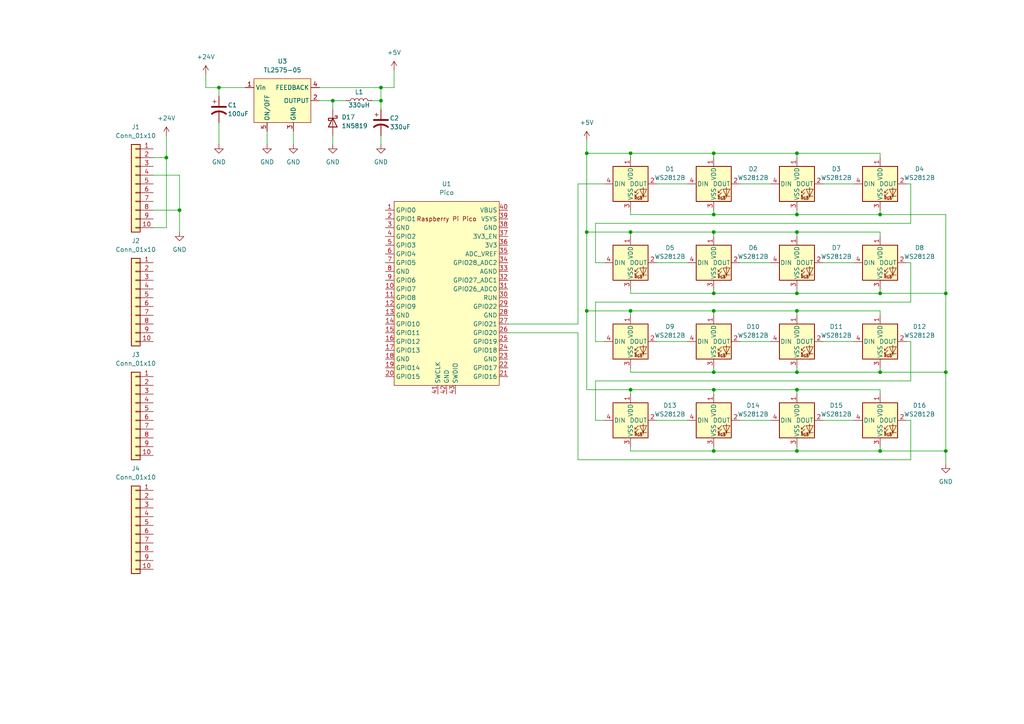
<source format=kicad_sch>
(kicad_sch (version 20211123) (generator eeschema)
  (paper "A4")
  (lib_symbols
    (symbol "Connector_Generic:Conn_01x10" (pin_names (offset 1.016) hide)
      (property "Reference" "J" (at 0 12.7 0))
      (property "Value" "Conn_01x10" (at 0 -15.24 0))
      (symbol "Conn_01x10_1_1"
        (rectangle (start -1.27 -12.573) (end 0 -12.827) (stroke (width 0.1524)))
        (rectangle (start -1.27 -10.033) (end 0 -10.287) (stroke (width 0.1524)))
        (rectangle (start -1.27 -7.493) (end 0 -7.747) (stroke (width 0.1524)))
        (rectangle (start -1.27 -4.953) (end 0 -5.207) (stroke (width 0.1524)))
        (rectangle (start -1.27 -2.413) (end 0 -2.667) (stroke (width 0.1524)))
        (rectangle (start -1.27 0.127) (end 0 -0.127) (stroke (width 0.1524)))
        (rectangle (start -1.27 2.667) (end 0 2.413) (stroke (width 0.1524)))
        (rectangle (start -1.27 5.207) (end 0 4.953) (stroke (width 0.1524)))
        (rectangle (start -1.27 7.747) (end 0 7.493) (stroke (width 0.1524)))
        (rectangle (start -1.27 10.287) (end 0 10.033) (stroke (width 0.1524)))
        (rectangle (start -1.27 11.43) (end 1.27 -13.97) (stroke (width 0.254)) (fill (type background)))
        (pin passive line (at -5.08 10.16 0) (length 3.81) (name "Pin_1") (number "1"))
        (pin passive line (at -5.08 -12.7 0) (length 3.81) (name "Pin_10") (number "10"))
        (pin passive line (at -5.08 7.62 0) (length 3.81) (name "Pin_2") (number "2"))
        (pin passive line (at -5.08 5.08 0) (length 3.81) (name "Pin_3") (number "3"))
        (pin passive line (at -5.08 2.54 0) (length 3.81) (name "Pin_4") (number "4"))
        (pin passive line (at -5.08 0 0) (length 3.81) (name "Pin_5") (number "5"))
        (pin passive line (at -5.08 -2.54 0) (length 3.81) (name "Pin_6") (number "6"))
        (pin passive line (at -5.08 -5.08 0) (length 3.81) (name "Pin_7") (number "7"))
        (pin passive line (at -5.08 -7.62 0) (length 3.81) (name "Pin_8") (number "8"))
        (pin passive line (at -5.08 -10.16 0) (length 3.81) (name "Pin_9") (number "9"))
      )
    )
    (symbol "Device:C_Polarized_US" (pin_numbers hide) (pin_names (offset 0.254) hide)
      (property "Reference" "C" (at 0.635 2.54 0))
      (property "Value" "C_Polarized_US" (at 0.635 -2.54 0))
      (symbol "C_Polarized_US_0_1"
        (polyline (pts (xy -2.032 0.762) (xy 2.032 0.762)) (stroke (width 0.508)))
        (polyline (pts (xy -1.778 2.286) (xy -0.762 2.286)))
        (polyline (pts (xy -1.27 1.778) (xy -1.27 2.794)))
        (arc (start 2.032 -1.27) (mid 0 -0.5572) (end -2.032 -1.27) (stroke (width 0.508)))
      )
      (symbol "C_Polarized_US_1_1"
        (pin passive line (at 0 3.81 270) (length 2.794) (name "~") (number "1"))
        (pin passive line (at 0 -3.81 90) (length 3.302) (name "~") (number "2"))
      )
    )
    (symbol "Device:L" (pin_numbers hide) (pin_names (offset 1.016) hide)
      (property "Reference" "L" (at -1.27 0 90))
      (property "Value" "L" (at 1.905 0 90))
      (symbol "L_0_1"
        (arc (start 0 -2.54) (mid 0.635 -1.905) (end 0 -1.27))
        (arc (start 0 -1.27) (mid 0.635 -0.635) (end 0 0))
        (arc (start 0 0) (mid 0.635 0.635) (end 0 1.27))
        (arc (start 0 1.27) (mid 0.635 1.905) (end 0 2.54))
      )
      (symbol "L_1_1"
        (pin passive line (at 0 3.81 270) (length 1.27) (name "1") (number "1"))
        (pin passive line (at 0 -3.81 90) (length 1.27) (name "2") (number "2"))
      )
    )
    (symbol "Diode:1N5819" (pin_numbers hide) (pin_names (offset 1.016) hide)
      (property "Reference" "D" (at 0 2.54 0))
      (property "Value" "1N5819" (at 0 -2.54 0))
      (symbol "1N5819_0_1"
        (polyline (pts (xy 1.27 0) (xy -1.27 0)))
        (polyline (pts (xy 1.27 1.27) (xy 1.27 -1.27) (xy -1.27 0) (xy 1.27 1.27)) (stroke (width 0.254)))
        (polyline (pts (xy -1.905 0.635) (xy -1.905 1.27) (xy -1.27 1.27) (xy -1.27 -1.27) (xy -0.635 -1.27) (xy -0.635 -0.635)) (stroke (width 0.254)))
      )
      (symbol "1N5819_1_1"
        (pin passive line (at -3.81 0 0) (length 2.54) (name "K") (number "1"))
        (pin passive line (at 3.81 0 180) (length 2.54) (name "A") (number "2"))
      )
    )
    (symbol "LED:WS2812B" (pin_names (offset 0.254))
      (property "Reference" "D" (at 5.08 5.715 0))
      (property "Value" "WS2812B" (at 1.27 -5.715 0))
      (symbol "WS2812B_0_0"
        (text "RGB" (at 2.286 -4.191 0) (effects (font (size 0.762 0.762))))
      )
      (symbol "WS2812B_0_1"
        (polyline (pts (xy 1.27 -3.556) (xy 1.778 -3.556)))
        (polyline (pts (xy 1.27 -2.54) (xy 1.778 -2.54)))
        (polyline (pts (xy 4.699 -3.556) (xy 2.667 -3.556)))
        (polyline (pts (xy 2.286 -2.54) (xy 1.27 -3.556) (xy 1.27 -3.048)))
        (polyline (pts (xy 2.286 -1.524) (xy 1.27 -2.54) (xy 1.27 -2.032)))
        (polyline (pts (xy 3.683 -1.016) (xy 3.683 -3.556) (xy 3.683 -4.064)))
        (polyline (pts (xy 4.699 -1.524) (xy 2.667 -1.524) (xy 3.683 -3.556) (xy 4.699 -1.524)))
        (rectangle (start 5.08 5.08) (end -5.08 -5.08) (stroke (width 0.254)) (fill (type background)))
      )
      (symbol "WS2812B_1_1"
        (pin power_in line (at 0 7.62 270) (length 2.54) (name "VDD") (number "1"))
        (pin output line (at 7.62 0 180) (length 2.54) (name "DOUT") (number "2"))
        (pin power_in line (at 0 -7.62 90) (length 2.54) (name "VSS") (number "3"))
        (pin input line (at -7.62 0 0) (length 2.54) (name "DIN") (number "4"))
      )
    )
    (symbol "MCU_RaspberryPi_and_Boards:Pico"
      (property "Reference" "U" (at -13.97 27.94 0))
      (property "Value" "Pico" (at 0 19.05 0))
      (symbol "Pico_0_0"
        (text "Raspberry Pi Pico" (at 0 21.59 0) (effects (font (size 1.27 1.27))))
      )
      (symbol "Pico_0_1"
        (rectangle (start -15.24 26.67) (end 15.24 -26.67) (fill (type background)))
      )
      (symbol "Pico_1_1"
        (pin bidirectional line (at -17.78 24.13 0) (length 2.54) (name "GPIO0") (number "1"))
        (pin bidirectional line (at -17.78 1.27 0) (length 2.54) (name "GPIO7") (number "10"))
        (pin bidirectional line (at -17.78 -1.27 0) (length 2.54) (name "GPIO8") (number "11"))
        (pin bidirectional line (at -17.78 -3.81 0) (length 2.54) (name "GPIO9") (number "12"))
        (pin power_in line (at -17.78 -6.35 0) (length 2.54) (name "GND") (number "13"))
        (pin bidirectional line (at -17.78 -8.89 0) (length 2.54) (name "GPIO10") (number "14"))
        (pin bidirectional line (at -17.78 -11.43 0) (length 2.54) (name "GPIO11") (number "15"))
        (pin bidirectional line (at -17.78 -13.97 0) (length 2.54) (name "GPIO12") (number "16"))
        (pin bidirectional line (at -17.78 -16.51 0) (length 2.54) (name "GPIO13") (number "17"))
        (pin power_in line (at -17.78 -19.05 0) (length 2.54) (name "GND") (number "18"))
        (pin bidirectional line (at -17.78 -21.59 0) (length 2.54) (name "GPIO14") (number "19"))
        (pin bidirectional line (at -17.78 21.59 0) (length 2.54) (name "GPIO1") (number "2"))
        (pin bidirectional line (at -17.78 -24.13 0) (length 2.54) (name "GPIO15") (number "20"))
        (pin bidirectional line (at 17.78 -24.13 180) (length 2.54) (name "GPIO16") (number "21"))
        (pin bidirectional line (at 17.78 -21.59 180) (length 2.54) (name "GPIO17") (number "22"))
        (pin power_in line (at 17.78 -19.05 180) (length 2.54) (name "GND") (number "23"))
        (pin bidirectional line (at 17.78 -16.51 180) (length 2.54) (name "GPIO18") (number "24"))
        (pin bidirectional line (at 17.78 -13.97 180) (length 2.54) (name "GPIO19") (number "25"))
        (pin bidirectional line (at 17.78 -11.43 180) (length 2.54) (name "GPIO20") (number "26"))
        (pin bidirectional line (at 17.78 -8.89 180) (length 2.54) (name "GPIO21") (number "27"))
        (pin power_in line (at 17.78 -6.35 180) (length 2.54) (name "GND") (number "28"))
        (pin bidirectional line (at 17.78 -3.81 180) (length 2.54) (name "GPIO22") (number "29"))
        (pin power_in line (at -17.78 19.05 0) (length 2.54) (name "GND") (number "3"))
        (pin input line (at 17.78 -1.27 180) (length 2.54) (name "RUN") (number "30"))
        (pin bidirectional line (at 17.78 1.27 180) (length 2.54) (name "GPIO26_ADC0") (number "31"))
        (pin bidirectional line (at 17.78 3.81 180) (length 2.54) (name "GPIO27_ADC1") (number "32"))
        (pin power_in line (at 17.78 6.35 180) (length 2.54) (name "AGND") (number "33"))
        (pin bidirectional line (at 17.78 8.89 180) (length 2.54) (name "GPIO28_ADC2") (number "34"))
        (pin power_in line (at 17.78 11.43 180) (length 2.54) (name "ADC_VREF") (number "35"))
        (pin power_in line (at 17.78 13.97 180) (length 2.54) (name "3V3") (number "36"))
        (pin input line (at 17.78 16.51 180) (length 2.54) (name "3V3_EN") (number "37"))
        (pin bidirectional line (at 17.78 19.05 180) (length 2.54) (name "GND") (number "38"))
        (pin power_in line (at 17.78 21.59 180) (length 2.54) (name "VSYS") (number "39"))
        (pin bidirectional line (at -17.78 16.51 0) (length 2.54) (name "GPIO2") (number "4"))
        (pin power_in line (at 17.78 24.13 180) (length 2.54) (name "VBUS") (number "40"))
        (pin input line (at -2.54 -29.21 90) (length 2.54) (name "SWCLK") (number "41"))
        (pin power_in line (at 0 -29.21 90) (length 2.54) (name "GND") (number "42"))
        (pin bidirectional line (at 2.54 -29.21 90) (length 2.54) (name "SWDIO") (number "43"))
        (pin bidirectional line (at -17.78 13.97 0) (length 2.54) (name "GPIO3") (number "5"))
        (pin bidirectional line (at -17.78 11.43 0) (length 2.54) (name "GPIO4") (number "6"))
        (pin bidirectional line (at -17.78 8.89 0) (length 2.54) (name "GPIO5") (number "7"))
        (pin power_in line (at -17.78 6.35 0) (length 2.54) (name "GND") (number "8"))
        (pin bidirectional line (at -17.78 3.81 0) (length 2.54) (name "GPIO6") (number "9"))
      )
    )
    (symbol "TL2575-05:TL2575-05"
      (property "Reference" "U" (at -6.35 7.62 0))
      (property "Value" "TL2575-05" (at 3.81 7.62 0))
      (symbol "TL2575-05_0_1"
        (rectangle (start -7.62 6.35) (end 8.89 -6.35) (fill (type background)))
      )
      (symbol "TL2575-05_1_1"
        (pin power_in line (at -10.16 3.81 0) (length 2.54) (name "Vin") (number "1"))
        (pin power_out line (at 11.43 0 180) (length 2.54) (name "OUTPUT") (number "2"))
        (pin power_in line (at 3.81 -8.89 90) (length 2.54) (name "GND") (number "3"))
        (pin input line (at 11.43 3.81 180) (length 2.54) (name "FEEDBACK") (number "4"))
        (pin input line (at -3.81 -8.89 90) (length 2.54) (name "ON/OFF") (number "5"))
      )
    )
    (symbol "power:+24V" (power) (pin_names (offset 0))
      (property "Value" "+24V" (at 0 3.556 0))
      (symbol "+24V_0_1"
        (polyline (pts (xy -0.762 1.27) (xy 0 2.54)))
        (polyline (pts (xy 0 0) (xy 0 2.54)))
        (polyline (pts (xy 0 2.54) (xy 0.762 1.27)))
      )
      (symbol "+24V_1_1"
        (pin power_in line (at 0 0 90) (length 0) hide (name "+24V") (number "1"))
      )
    )
    (symbol "power:+5V" (power) (pin_names (offset 0))
      (property "Value" "+5V" (at 0 3.556 0))
      (symbol "+5V_0_1"
        (polyline (pts (xy -0.762 1.27) (xy 0 2.54)))
        (polyline (pts (xy 0 0) (xy 0 2.54)))
        (polyline (pts (xy 0 2.54) (xy 0.762 1.27)))
      )
      (symbol "+5V_1_1"
        (pin power_in line (at 0 0 90) (length 0) hide (name "+5V") (number "1"))
      )
    )
    (symbol "power:GND" (power) (pin_names (offset 0))
      (property "Value" "GND" (at 0 -3.81 0))
      (symbol "GND_0_1"
        (polyline (pts (xy 0 0) (xy 0 -1.27) (xy 1.27 -1.27) (xy 0 -2.54) (xy -1.27 -1.27) (xy 0 -1.27)))
      )
      (symbol "GND_1_1"
        (pin power_in line (at 0 0 270) (length 0) hide (name "GND") (number "1"))
      )
    )
  )
  (junction (at 182.88 90.17))
  (junction (at 207.01 130.81))
  (junction (at 207.01 62.23))
  (junction (at 231.14 85.09))
  (junction (at 207.01 67.31))
  (junction (at 255.27 107.95))
  (junction (at 182.88 67.31))
  (junction (at 231.14 130.81))
  (junction (at 231.14 113.03))
  (junction (at 96.52 29.21))
  (junction (at 274.32 107.95))
  (junction (at 170.18 90.17))
  (junction (at 231.14 107.95))
  (junction (at 182.88 44.45))
  (junction (at 52.07 60.96))
  (junction (at 207.01 113.03))
  (junction (at 48.26 45.72))
  (junction (at 231.14 62.23))
  (junction (at 170.18 44.45))
  (junction (at 110.49 29.21))
  (junction (at 231.14 90.17))
  (junction (at 170.18 67.31))
  (junction (at 207.01 107.95))
  (junction (at 255.27 130.81))
  (junction (at 63.5 25.4))
  (junction (at 274.32 130.81))
  (junction (at 255.27 62.23))
  (junction (at 207.01 44.45))
  (junction (at 255.27 85.09))
  (junction (at 231.14 67.31))
  (junction (at 274.32 85.09))
  (junction (at 110.49 25.4))
  (junction (at 207.01 85.09))
  (junction (at 182.88 113.03))
  (junction (at 231.14 44.45))
  (junction (at 207.01 90.17))
  (wire (pts (xy 182.88 113.03) (xy 170.18 113.03)))
  (wire (pts (xy 255.27 129.54) (xy 255.27 130.81)))
  (wire (pts (xy 255.27 67.31) (xy 231.14 67.31)))
  (wire (pts (xy 207.01 107.95) (xy 231.14 107.95)))
  (wire (pts (xy 63.5 35.56) (xy 63.5 41.91)))
  (wire (pts (xy 264.16 76.2) (xy 264.16 87.63)))
  (wire (pts (xy 255.27 114.3) (xy 255.27 113.03)))
  (wire (pts (xy 264.16 99.06) (xy 264.16 110.49)))
  (wire (pts (xy 167.64 93.98) (xy 147.32 93.98)))
  (wire (pts (xy 182.88 60.96) (xy 182.88 62.23)))
  (wire (pts (xy 255.27 62.23) (xy 274.32 62.23)))
  (wire (pts (xy 255.27 90.17) (xy 231.14 90.17)))
  (wire (pts (xy 170.18 44.45) (xy 170.18 67.31)))
  (wire (pts (xy 238.76 99.06) (xy 247.65 99.06)))
  (wire (pts (xy 48.26 39.37) (xy 48.26 45.72)))
  (wire (pts (xy 264.16 110.49) (xy 172.72 110.49)))
  (wire (pts (xy 231.14 62.23) (xy 255.27 62.23)))
  (wire (pts (xy 231.14 85.09) (xy 255.27 85.09)))
  (wire (pts (xy 167.64 53.34) (xy 167.64 93.98)))
  (wire (pts (xy 170.18 90.17) (xy 170.18 67.31)))
  (wire (pts (xy 207.01 44.45) (xy 207.01 45.72)))
  (wire (pts (xy 255.27 45.72) (xy 255.27 44.45)))
  (wire (pts (xy 214.63 53.34) (xy 223.52 53.34)))
  (wire (pts (xy 48.26 45.72) (xy 44.45 45.72)))
  (wire (pts (xy 255.27 83.82) (xy 255.27 85.09)))
  (wire (pts (xy 214.63 99.06) (xy 223.52 99.06)))
  (wire (pts (xy 167.64 96.52) (xy 147.32 96.52)))
  (wire (pts (xy 255.27 106.68) (xy 255.27 107.95)))
  (wire (pts (xy 264.16 133.35) (xy 167.64 133.35)))
  (wire (pts (xy 96.52 29.21) (xy 92.71 29.21)))
  (wire (pts (xy 231.14 113.03) (xy 231.14 114.3)))
  (wire (pts (xy 274.32 107.95) (xy 274.32 130.81)))
  (wire (pts (xy 110.49 31.75) (xy 110.49 29.21)))
  (wire (pts (xy 190.5 121.92) (xy 199.39 121.92)))
  (wire (pts (xy 44.45 66.04) (xy 48.26 66.04)))
  (wire (pts (xy 231.14 130.81) (xy 255.27 130.81)))
  (wire (pts (xy 264.16 121.92) (xy 264.16 133.35)))
  (wire (pts (xy 255.27 91.44) (xy 255.27 90.17)))
  (wire (pts (xy 59.69 21.59) (xy 59.69 25.4)))
  (wire (pts (xy 44.45 60.96) (xy 52.07 60.96)))
  (wire (pts (xy 238.76 76.2) (xy 247.65 76.2)))
  (wire (pts (xy 77.47 41.91) (xy 77.47 38.1)))
  (wire (pts (xy 207.01 67.31) (xy 207.01 68.58)))
  (wire (pts (xy 172.72 87.63) (xy 172.72 99.06)))
  (wire (pts (xy 96.52 31.75) (xy 96.52 29.21)))
  (wire (pts (xy 182.88 67.31) (xy 170.18 67.31)))
  (wire (pts (xy 172.72 121.92) (xy 175.26 121.92)))
  (wire (pts (xy 63.5 25.4) (xy 71.12 25.4)))
  (wire (pts (xy 182.88 85.09) (xy 207.01 85.09)))
  (wire (pts (xy 231.14 44.45) (xy 207.01 44.45)))
  (wire (pts (xy 190.5 76.2) (xy 199.39 76.2)))
  (wire (pts (xy 207.01 90.17) (xy 207.01 91.44)))
  (wire (pts (xy 262.89 121.92) (xy 264.16 121.92)))
  (wire (pts (xy 110.49 39.37) (xy 110.49 41.91)))
  (wire (pts (xy 274.32 130.81) (xy 274.32 134.62)))
  (wire (pts (xy 255.27 44.45) (xy 231.14 44.45)))
  (wire (pts (xy 172.72 76.2) (xy 175.26 76.2)))
  (wire (pts (xy 182.88 113.03) (xy 182.88 114.3)))
  (wire (pts (xy 207.01 106.68) (xy 207.01 107.95)))
  (wire (pts (xy 110.49 25.4) (xy 110.49 29.21)))
  (wire (pts (xy 52.07 50.8) (xy 52.07 60.96)))
  (wire (pts (xy 182.88 67.31) (xy 182.88 68.58)))
  (wire (pts (xy 231.14 129.54) (xy 231.14 130.81)))
  (wire (pts (xy 255.27 130.81) (xy 274.32 130.81)))
  (wire (pts (xy 262.89 53.34) (xy 264.16 53.34)))
  (wire (pts (xy 231.14 107.95) (xy 255.27 107.95)))
  (wire (pts (xy 182.88 62.23) (xy 207.01 62.23)))
  (wire (pts (xy 274.32 62.23) (xy 274.32 85.09)))
  (wire (pts (xy 231.14 90.17) (xy 231.14 91.44)))
  (wire (pts (xy 110.49 29.21) (xy 107.95 29.21)))
  (wire (pts (xy 170.18 44.45) (xy 170.18 40.64)))
  (wire (pts (xy 63.5 25.4) (xy 59.69 25.4)))
  (wire (pts (xy 255.27 107.95) (xy 274.32 107.95)))
  (wire (pts (xy 172.72 99.06) (xy 175.26 99.06)))
  (wire (pts (xy 182.88 107.95) (xy 207.01 107.95)))
  (wire (pts (xy 96.52 29.21) (xy 100.33 29.21)))
  (wire (pts (xy 175.26 53.34) (xy 167.64 53.34)))
  (wire (pts (xy 207.01 113.03) (xy 207.01 114.3)))
  (wire (pts (xy 110.49 25.4) (xy 114.3 25.4)))
  (wire (pts (xy 214.63 76.2) (xy 223.52 76.2)))
  (wire (pts (xy 231.14 83.82) (xy 231.14 85.09)))
  (wire (pts (xy 231.14 67.31) (xy 231.14 68.58)))
  (wire (pts (xy 231.14 90.17) (xy 207.01 90.17)))
  (wire (pts (xy 182.88 44.45) (xy 182.88 45.72)))
  (wire (pts (xy 182.88 106.68) (xy 182.88 107.95)))
  (wire (pts (xy 182.88 83.82) (xy 182.88 85.09)))
  (wire (pts (xy 264.16 87.63) (xy 172.72 87.63)))
  (wire (pts (xy 92.71 25.4) (xy 110.49 25.4)))
  (wire (pts (xy 264.16 64.77) (xy 172.72 64.77)))
  (wire (pts (xy 48.26 66.04) (xy 48.26 45.72)))
  (wire (pts (xy 231.14 60.96) (xy 231.14 62.23)))
  (wire (pts (xy 190.5 53.34) (xy 199.39 53.34)))
  (wire (pts (xy 172.72 64.77) (xy 172.72 76.2)))
  (wire (pts (xy 231.14 44.45) (xy 231.14 45.72)))
  (wire (pts (xy 167.64 133.35) (xy 167.64 96.52)))
  (wire (pts (xy 231.14 113.03) (xy 207.01 113.03)))
  (wire (pts (xy 96.52 41.91) (xy 96.52 39.37)))
  (wire (pts (xy 182.88 44.45) (xy 170.18 44.45)))
  (wire (pts (xy 207.01 90.17) (xy 182.88 90.17)))
  (wire (pts (xy 207.01 62.23) (xy 231.14 62.23)))
  (wire (pts (xy 172.72 110.49) (xy 172.72 121.92)))
  (wire (pts (xy 238.76 121.92) (xy 247.65 121.92)))
  (wire (pts (xy 63.5 27.94) (xy 63.5 25.4)))
  (wire (pts (xy 264.16 53.34) (xy 264.16 64.77)))
  (wire (pts (xy 182.88 90.17) (xy 182.88 91.44)))
  (wire (pts (xy 207.01 129.54) (xy 207.01 130.81)))
  (wire (pts (xy 207.01 130.81) (xy 231.14 130.81)))
  (wire (pts (xy 262.89 76.2) (xy 264.16 76.2)))
  (wire (pts (xy 207.01 85.09) (xy 231.14 85.09)))
  (wire (pts (xy 207.01 60.96) (xy 207.01 62.23)))
  (wire (pts (xy 214.63 121.92) (xy 223.52 121.92)))
  (wire (pts (xy 207.01 83.82) (xy 207.01 85.09)))
  (wire (pts (xy 274.32 85.09) (xy 274.32 107.95)))
  (wire (pts (xy 255.27 68.58) (xy 255.27 67.31)))
  (wire (pts (xy 255.27 113.03) (xy 231.14 113.03)))
  (wire (pts (xy 114.3 20.32) (xy 114.3 25.4)))
  (wire (pts (xy 207.01 67.31) (xy 182.88 67.31)))
  (wire (pts (xy 170.18 113.03) (xy 170.18 90.17)))
  (wire (pts (xy 44.45 50.8) (xy 52.07 50.8)))
  (wire (pts (xy 190.5 99.06) (xy 199.39 99.06)))
  (wire (pts (xy 255.27 85.09) (xy 274.32 85.09)))
  (wire (pts (xy 182.88 130.81) (xy 207.01 130.81)))
  (wire (pts (xy 262.89 99.06) (xy 264.16 99.06)))
  (wire (pts (xy 238.76 53.34) (xy 247.65 53.34)))
  (wire (pts (xy 52.07 60.96) (xy 52.07 67.31)))
  (wire (pts (xy 182.88 129.54) (xy 182.88 130.81)))
  (wire (pts (xy 85.09 41.91) (xy 85.09 38.1)))
  (wire (pts (xy 207.01 44.45) (xy 182.88 44.45)))
  (wire (pts (xy 182.88 90.17) (xy 170.18 90.17)))
  (wire (pts (xy 207.01 113.03) (xy 182.88 113.03)))
  (wire (pts (xy 231.14 67.31) (xy 207.01 67.31)))
  (wire (pts (xy 231.14 106.68) (xy 231.14 107.95)))
  (wire (pts (xy 255.27 60.96) (xy 255.27 62.23)))
  (symbol (lib_id "power:+5V") (at 170.18 40.64 0) (unit 1)
    (property "Reference" "#PWR0101" (effects hide))
    (property "Value" "+5V" (at 170.18 35.56 0))
  )
  (symbol (lib_id "power:+5V") (at 114.3 20.32 0) (unit 1)
    (property "Reference" "#PWR0107" (effects hide))
    (property "Value" "+5V" (at 114.3 15.24 0))
  )
  (symbol (lib_id "Device:C_Polarized_US") (at 110.49 35.56 0) (unit 1)
    (property "Reference" "C2" (at 113.03 34.29 0) (effects (justify left)))
    (property "Value" "330uF" (at 113.03 36.83 0) (effects (justify left)))
  )
  (symbol (lib_id "power:GND") (at 77.47 41.91 0) (unit 1)
    (property "Reference" "#PWR0109" (effects hide))
    (property "Value" "GND" (at 77.47 46.99 0))
  )
  (symbol (lib_id "LED:WS2812B") (at 255.27 53.34 0) (unit 1)
    (property "Reference" "D4" (at 266.7 49.0093 0))
    (property "Value" "WS2812B" (at 266.7 51.5493 0))
    (property "Footprint" "LED_SMD:LED_WS2812B_PLCC4_5.0x5.0mm_P3.2mm" (effects hide))
    (property "Datasheet" "https://cdn-shop.adafruit.com/datasheets/WS2812B.pdf" (effects hide))
  )
  (symbol (lib_id "power:+24V") (at 48.26 39.37 0) (unit 1)
    (property "Reference" "#PWR0103" (effects hide))
    (property "Value" "+24V" (at 48.26 34.29 0))
  )
  (symbol (lib_id "Diode:1N5819") (at 96.52 35.56 270) (unit 1)
    (property "Reference" "D17" (at 99.06 33.9724 90) (effects (justify left)))
    (property "Value" "1N5819" (at 99.06 36.5124 90) (effects (justify left)))
    (property "Footprint" "Diode_THT:D_DO-41_SOD81_P10.16mm_Horizontal" (effects hide))
    (property "Datasheet" "http://www.vishay.com/docs/88525/1n5817.pdf" (effects hide))
  )
  (symbol (lib_id "Connector_Generic:Conn_01x10") (at 39.37 53.34 0) (mirror y) (unit 1)
    (property "Reference" "J1" (at 39.37 36.83 0))
    (property "Value" "Conn_01x10" (at 39.37 39.37 0))
    (property "Footprint" "Connector_PinHeader_2.54mm:PinHeader_2x05_P2.54mm_Vertical" (effects hide))
  )
  (symbol (lib_id "LED:WS2812B") (at 207.01 76.2 0) (unit 1)
    (property "Reference" "D6" (at 218.44 71.8693 0))
    (property "Value" "WS2812B" (at 218.44 74.4093 0))
    (property "Footprint" "LED_SMD:LED_WS2812B_PLCC4_5.0x5.0mm_P3.2mm" (effects hide))
    (property "Datasheet" "https://cdn-shop.adafruit.com/datasheets/WS2812B.pdf" (effects hide))
  )
  (symbol (lib_id "LED:WS2812B") (at 231.14 121.92 0) (unit 1)
    (property "Reference" "D15" (at 242.57 117.5893 0))
    (property "Value" "WS2812B" (at 242.57 120.1293 0))
    (property "Footprint" "LED_SMD:LED_WS2812B_PLCC4_5.0x5.0mm_P3.2mm" (effects hide))
    (property "Datasheet" "https://cdn-shop.adafruit.com/datasheets/WS2812B.pdf" (effects hide))
  )
  (symbol (lib_id "LED:WS2812B") (at 255.27 121.92 0) (unit 1)
    (property "Reference" "D16" (at 266.7 117.5893 0))
    (property "Value" "WS2812B" (at 266.7 120.1293 0))
    (property "Footprint" "LED_SMD:LED_WS2812B_PLCC4_5.0x5.0mm_P3.2mm" (effects hide))
    (property "Datasheet" "https://cdn-shop.adafruit.com/datasheets/WS2812B.pdf" (effects hide))
  )
  (symbol (lib_id "power:GND") (at 110.49 41.91 0) (unit 1)
    (property "Reference" "#PWR0105" (effects hide))
    (property "Value" "GND" (at 110.49 46.99 0))
  )
  (symbol (lib_id "LED:WS2812B") (at 231.14 53.34 0) (unit 1)
    (property "Reference" "D3" (at 242.57 49.0093 0))
    (property "Value" "WS2812B" (at 242.57 51.5493 0))
    (property "Footprint" "LED_SMD:LED_WS2812B_PLCC4_5.0x5.0mm_P3.2mm" (effects hide))
    (property "Datasheet" "https://cdn-shop.adafruit.com/datasheets/WS2812B.pdf" (effects hide))
  )
  (symbol (lib_id "LED:WS2812B") (at 207.01 99.06 0) (unit 1)
    (property "Reference" "D10" (at 218.44 94.7293 0))
    (property "Value" "WS2812B" (at 218.44 97.2693 0))
    (property "Footprint" "LED_SMD:LED_WS2812B_PLCC4_5.0x5.0mm_P3.2mm" (effects hide))
    (property "Datasheet" "https://cdn-shop.adafruit.com/datasheets/WS2812B.pdf" (effects hide))
  )
  (symbol (lib_id "TL2575-05:TL2575-05") (at 81.28 29.21 0) (unit 1)
    (property "Reference" "U3" (at 81.915 17.78 0))
    (property "Value" "TL2575-05" (at 81.915 20.32 0))
  )
  (symbol (lib_id "LED:WS2812B") (at 207.01 121.92 0) (unit 1)
    (property "Reference" "D14" (at 218.44 117.5893 0))
    (property "Value" "WS2812B" (at 218.44 120.1293 0))
    (property "Footprint" "LED_SMD:LED_WS2812B_PLCC4_5.0x5.0mm_P3.2mm" (effects hide))
    (property "Datasheet" "https://cdn-shop.adafruit.com/datasheets/WS2812B.pdf" (effects hide))
  )
  (symbol (lib_id "LED:WS2812B") (at 231.14 99.06 0) (unit 1)
    (property "Reference" "D11" (at 242.57 94.7293 0))
    (property "Value" "WS2812B" (at 242.57 97.2693 0))
    (property "Footprint" "LED_SMD:LED_WS2812B_PLCC4_5.0x5.0mm_P3.2mm" (effects hide))
    (property "Datasheet" "https://cdn-shop.adafruit.com/datasheets/WS2812B.pdf" (effects hide))
  )
  (symbol (lib_id "MCU_RaspberryPi_and_Boards:Pico") (at 129.54 85.09 0) (unit 1)
    (property "Reference" "U1" (at 129.54 53.34 0))
    (property "Value" "Pico" (at 129.54 55.88 0))
    (property "Footprint" "MCU_RaspberryPi_and_Boards:RPi_Pico_SMD_TH" (effects hide))
  )
  (symbol (lib_id "power:GND") (at 96.52 41.91 0) (unit 1)
    (property "Reference" "#PWR0106" (effects hide))
    (property "Value" "GND" (at 96.52 46.99 0))
  )
  (symbol (lib_id "LED:WS2812B") (at 182.88 99.06 0) (unit 1)
    (property "Reference" "D9" (at 194.31 94.7293 0))
    (property "Value" "WS2812B" (at 194.31 97.2693 0))
    (property "Footprint" "LED_SMD:LED_WS2812B_PLCC4_5.0x5.0mm_P3.2mm" (effects hide))
    (property "Datasheet" "https://cdn-shop.adafruit.com/datasheets/WS2812B.pdf" (effects hide))
  )
  (symbol (lib_id "Device:L") (at 104.14 29.21 90) (unit 1)
    (property "Reference" "L1" (at 104.14 26.67 90))
    (property "Value" "330uH" (at 104.14 30.48 90))
  )
  (symbol (lib_id "LED:WS2812B") (at 182.88 121.92 0) (unit 1)
    (property "Reference" "D13" (at 194.31 117.5893 0))
    (property "Value" "WS2812B" (at 194.31 120.1293 0))
    (property "Footprint" "LED_SMD:LED_WS2812B_PLCC4_5.0x5.0mm_P3.2mm" (effects hide))
    (property "Datasheet" "https://cdn-shop.adafruit.com/datasheets/WS2812B.pdf" (effects hide))
  )
  (symbol (lib_id "power:GND") (at 85.09 41.91 0) (unit 1)
    (property "Reference" "#PWR0110" (effects hide))
    (property "Value" "GND" (at 85.09 46.99 0))
  )
  (symbol (lib_id "power:GND") (at 274.32 134.62 0) (unit 1)
    (property "Reference" "#PWR0104" (effects hide))
    (property "Value" "GND" (at 274.32 139.7 0))
  )
  (symbol (lib_id "Connector_Generic:Conn_01x10") (at 39.37 119.38 0) (mirror y) (unit 1)
    (property "Reference" "J3" (at 39.37 102.87 0))
    (property "Value" "Conn_01x10" (at 39.37 105.41 0))
    (property "Footprint" "Connector_PinHeader_2.54mm:PinHeader_2x05_P2.54mm_Vertical" (effects hide))
  )
  (symbol (lib_id "LED:WS2812B") (at 255.27 76.2 0) (unit 1)
    (property "Reference" "D8" (at 266.7 71.8693 0))
    (property "Value" "WS2812B" (at 266.7 74.4093 0))
    (property "Footprint" "LED_SMD:LED_WS2812B_PLCC4_5.0x5.0mm_P3.2mm" (effects hide))
    (property "Datasheet" "https://cdn-shop.adafruit.com/datasheets/WS2812B.pdf" (effects hide))
  )
  (symbol (lib_id "power:GND") (at 52.07 67.31 0) (unit 1)
    (property "Reference" "#PWR0102" (effects hide))
    (property "Value" "GND" (at 52.07 72.39 0))
  )
  (symbol (lib_id "Connector_Generic:Conn_01x10") (at 39.37 86.36 0) (mirror y) (unit 1)
    (property "Reference" "J2" (at 39.37 69.85 0))
    (property "Value" "Conn_01x10" (at 39.37 72.39 0))
    (property "Footprint" "Connector_PinHeader_2.54mm:PinHeader_2x05_P2.54mm_Vertical" (effects hide))
  )
  (symbol (lib_id "LED:WS2812B") (at 207.01 53.34 0) (unit 1)
    (property "Reference" "D2" (at 218.44 49.0093 0))
    (property "Value" "WS2812B" (at 218.44 51.5493 0))
    (property "Footprint" "LED_SMD:LED_WS2812B_PLCC4_5.0x5.0mm_P3.2mm" (effects hide))
    (property "Datasheet" "https://cdn-shop.adafruit.com/datasheets/WS2812B.pdf" (effects hide))
  )
  (symbol (lib_id "LED:WS2812B") (at 182.88 76.2 0) (unit 1)
    (property "Reference" "D5" (at 194.31 71.8693 0))
    (property "Value" "WS2812B" (at 194.31 74.4093 0))
    (property "Footprint" "LED_SMD:LED_WS2812B_PLCC4_5.0x5.0mm_P3.2mm" (effects hide))
    (property "Datasheet" "https://cdn-shop.adafruit.com/datasheets/WS2812B.pdf" (effects hide))
  )
  (symbol (lib_id "power:GND") (at 63.5 41.91 0) (unit 1)
    (property "Reference" "#PWR0108" (effects hide))
    (property "Value" "GND" (at 63.5 46.99 0))
  )
  (symbol (lib_id "Device:C_Polarized_US") (at 63.5 31.75 0) (unit 1)
    (property "Reference" "C1" (at 66.04 30.48 0) (effects (justify left)))
    (property "Value" "100uF" (at 66.04 33.02 0) (effects (justify left)))
  )
  (symbol (lib_id "LED:WS2812B") (at 231.14 76.2 0) (unit 1)
    (property "Reference" "D7" (at 242.57 71.8693 0))
    (property "Value" "WS2812B" (at 242.57 74.4093 0))
    (property "Footprint" "LED_SMD:LED_WS2812B_PLCC4_5.0x5.0mm_P3.2mm" (effects hide))
    (property "Datasheet" "https://cdn-shop.adafruit.com/datasheets/WS2812B.pdf" (effects hide))
  )
  (symbol (lib_id "power:+24V") (at 59.69 21.59 0) (unit 1)
    (property "Reference" "#PWR0111" (effects hide))
    (property "Value" "+24V" (at 59.69 16.51 0))
  )
  (symbol (lib_id "Connector_Generic:Conn_01x10") (at 39.37 152.4 0) (mirror y) (unit 1)
    (property "Reference" "J4" (at 39.37 135.89 0))
    (property "Value" "Conn_01x10" (at 39.37 138.43 0))
    (property "Footprint" "Connector_PinHeader_2.54mm:PinHeader_2x05_P2.54mm_Vertical" (effects hide))
  )
  (symbol (lib_id "LED:WS2812B") (at 255.27 99.06 0) (unit 1)
    (property "Reference" "D12" (at 266.7 94.7293 0))
    (property "Value" "WS2812B" (at 266.7 97.2693 0))
    (property "Footprint" "LED_SMD:LED_WS2812B_PLCC4_5.0x5.0mm_P3.2mm" (effects hide))
    (property "Datasheet" "https://cdn-shop.adafruit.com/datasheets/WS2812B.pdf" (effects hide))
  )
  (symbol (lib_id "LED:WS2812B") (at 182.88 53.34 0) (unit 1)
    (property "Reference" "D1" (at 194.31 49.0093 0))
    (property "Value" "WS2812B" (at 194.31 51.5493 0))
    (property "Footprint" "LED_SMD:LED_WS2812B_PLCC4_5.0x5.0mm_P3.2mm" (effects hide))
    (property "Datasheet" "https://cdn-shop.adafruit.com/datasheets/WS2812B.pdf" (effects hide))
  )
)
</source>
